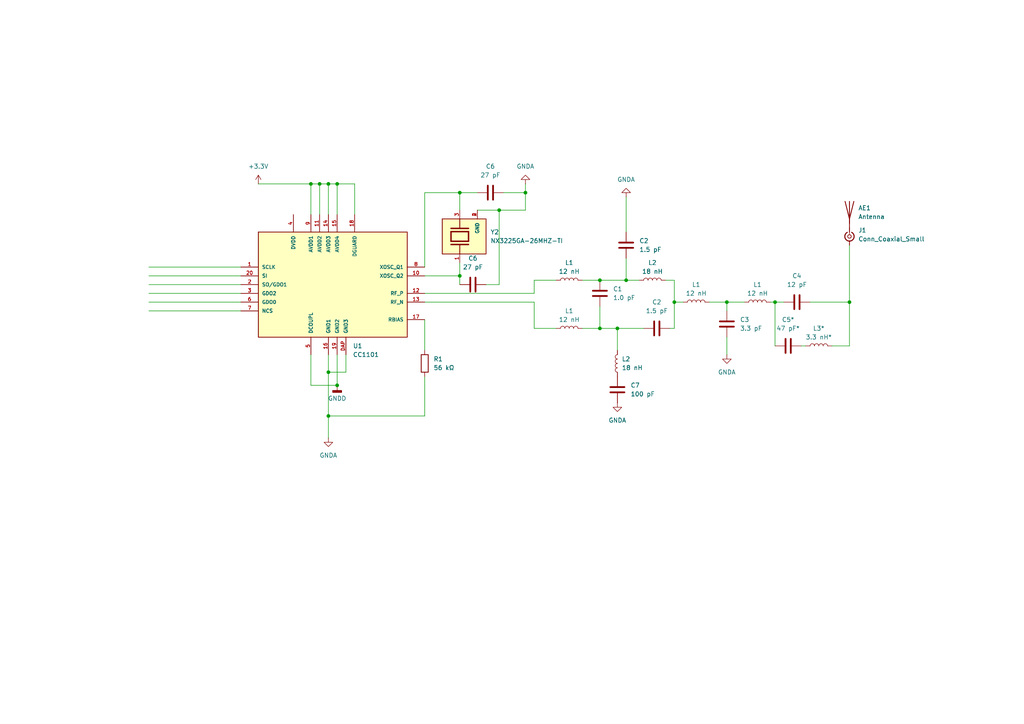
<source format=kicad_sch>
(kicad_sch (version 20231120) (generator "eeschema") (generator_version "8.0")
  (paper "A4")
  (title_block (title "TICC1101 - Applications Board - 915 MHz") (date "2024-10-01") (rev "1") (company "Propulsive Landers @ GT"))
  (lib_symbols
    (symbol "CC1101:CC1101" (pin_names (offset 1.016))
      (property "Reference" "U" (at 12.7103 -17.7944 0))
      (property "Value" "CC1101" (at 12.7068 -20.3308 0))
      (symbol "CC1101_0_0"
        (rectangle (start -20.32 -15.24) (end 22.86 15.24) (stroke (width 0.254)) (fill (type background)))
        (pin bidirectional line (at -25.4 5.08 0) (length 5.08) (name "SCLK") (number "1"))
        (pin bidirectional line (at 27.94 2.54 180) (length 5.08) (name "XOSC_Q2") (number "10"))
        (pin bidirectional line (at -2.54 20.32 270) (length 5.08) (name "AVDD2") (number "11"))
        (pin bidirectional line (at 27.94 -2.54 180) (length 5.08) (name "RF_P") (number "12"))
        (pin bidirectional line (at 27.94 -5.08 180) (length 5.08) (name "RF_N") (number "13"))
        (pin bidirectional line (at 0 20.32 270) (length 5.08) (name "AVDD3") (number "14"))
        (pin bidirectional line (at 2.54 20.32 270) (length 5.08) (name "AVDD4") (number "15"))
        (pin bidirectional line (at 0 -20.32 90) (length 5.08) (name "GND1") (number "16"))
        (pin bidirectional line (at 27.94 -10.16 180) (length 5.08) (name "RBIAS") (number "17"))
        (pin bidirectional line (at 7.62 20.32 270) (length 5.08) (name "DGUARD") (number "18"))
        (pin bidirectional line (at 2.54 -20.32 90) (length 5.08) (name "GND2") (number "19"))
        (pin bidirectional line (at -25.4 0 0) (length 5.08) (name "SO/GDO1") (number "2"))
        (pin bidirectional line (at -25.4 2.54 0) (length 5.08) (name "SI") (number "20"))
        (pin bidirectional line (at -25.4 -2.54 0) (length 5.08) (name "GDO2") (number "3"))
        (pin bidirectional line (at -10.16 20.32 270) (length 5.08) (name "DVDD") (number "4"))
        (pin bidirectional line (at -5.08 -20.32 90) (length 5.08) (name "DCOUPL") (number "5"))
        (pin bidirectional line (at -25.4 -5.08 0) (length 5.08) (name "GDO0") (number "6"))
        (pin bidirectional line (at -25.4 -7.62 0) (length 5.08) (name "NCS") (number "7"))
        (pin bidirectional line (at 27.94 5.08 180) (length 5.08) (name "XOSC_Q1") (number "8"))
        (pin bidirectional line (at -5.08 20.32 270) (length 5.08) (name "AVDD1") (number "9"))
        (pin bidirectional line (at 5.08 -20.32 90) (length 5.08) (name "GND3") (number "DAP"))
      )
    )
    (symbol "Connector:Conn_Coaxial_Small" (pin_numbers hide) (pin_names (offset 1.016) hide)
      (property "Reference" "J" (at 0.254 3.048 0))
      (property "Value" "Conn_Coaxial_Small" (at 0 -3.81 0))
      (symbol "Conn_Coaxial_Small_0_1"
        (polyline (pts (xy -2.54 0) (xy -0.508 0)))
        (circle (center 0 0) (radius 0.508) (stroke (width 0.2032)))
      )
      (symbol "Conn_Coaxial_Small_1_1"
        (arc (start -1.1916 -0.6311) (mid 0.327 -1.3081) (end 1.3484 0.0039) (stroke (width 0.3048)))
        (arc (start 1.3484 -0.0039) (mid 0.327 1.3081) (end -1.1916 0.6311) (stroke (width 0.3048)))
        (pin passive line (at -2.54 0 0) (length 1.27) (name "In") (number "1"))
        (pin passive line (at 2.54 0 180) (length 1.27) (name "Ext") (number "2"))
      )
    )
    (symbol "Device:Antenna" (pin_numbers hide) (pin_names (offset 1.016) hide)
      (property "Reference" "AE" (at -1.905 1.905 0))
      (property "Value" "Antenna" (at -1.905 0 0))
      (symbol "Antenna_0_1"
        (polyline (pts (xy 0 2.54) (xy 0 -3.81)) (stroke (width 0.254)))
        (polyline (pts (xy 1.27 2.54) (xy 0 -2.54) (xy -1.27 2.54)) (stroke (width 0.254)))
      )
      (symbol "Antenna_1_1"
        (pin input line (at 0 -5.08 90) (length 2.54) (name "A") (number "1"))
      )
    )
    (symbol "Device:C" (pin_numbers hide) (pin_names (offset 0.254))
      (property "Reference" "C" (at 0.635 2.54 0))
      (property "Value" "C" (at 0.635 -2.54 0))
      (symbol "C_0_1"
        (polyline (pts (xy -2.032 -0.762) (xy 2.032 -0.762)) (stroke (width 0.508)))
        (polyline (pts (xy -2.032 0.762) (xy 2.032 0.762)) (stroke (width 0.508)))
      )
      (symbol "C_1_1"
        (pin passive line (at 0 3.81 270) (length 2.794) (name "~") (number "1"))
        (pin passive line (at 0 -3.81 90) (length 2.794) (name "~") (number "2"))
      )
    )
    (symbol "Device:L" (pin_numbers hide) (pin_names (offset 1.016) hide)
      (property "Reference" "L" (at -1.27 0 90))
      (property "Value" "L" (at 1.905 0 90))
      (symbol "L_0_1"
        (arc (start 0 -2.54) (mid 0.6323 -1.905) (end 0 -1.27))
        (arc (start 0 -1.27) (mid 0.6323 -0.635) (end 0 0))
        (arc (start 0 0) (mid 0.6323 0.635) (end 0 1.27))
        (arc (start 0 1.27) (mid 0.6323 1.905) (end 0 2.54))
      )
      (symbol "L_1_1"
        (pin passive line (at 0 3.81 270) (length 1.27) (name "1") (number "1"))
        (pin passive line (at 0 -3.81 90) (length 1.27) (name "2") (number "2"))
      )
    )
    (symbol "Device:R" (pin_numbers hide) (pin_names (offset 0))
      (property "Reference" "R" (at 2.032 0 90))
      (property "Value" "R" (at 0 0 90))
      (symbol "R_0_1"
        (rectangle (start -1.016 -2.54) (end 1.016 2.54) (stroke (width 0.254)))
      )
      (symbol "R_1_1"
        (pin passive line (at 0 3.81 270) (length 1.27) (name "~") (number "1"))
        (pin passive line (at 0 -3.81 90) (length 1.27) (name "~") (number "2"))
      )
    )
    (symbol "NX3225GA-26MHZ-TI:NX3225GA-26MHZ-TI" (pin_names (offset 1.016))
      (property "Reference" "Y" (at -5.0878 6.3559 0))
      (property "Value" "NX3225GA-26MHZ-TI" (at -5.0944 -10.1744 0))
      (symbol "NX3225GA-26MHZ-TI_0_0"
        (rectangle (start -5.08 -7.62) (end 5.08 5.08) (stroke (width 0.254)) (fill (type background)))
        (polyline (pts (xy -5.08 0) (xy -2.54 0)) (stroke (width 0.254)))
        (polyline (pts (xy -2.3368 2.54) (xy -2.3368 -2.54)) (stroke (width 0.4064)))
        (polyline (pts (xy -1.397 2.54) (xy -1.397 -2.54)) (stroke (width 0.4064)))
        (polyline (pts (xy -1.397 2.54) (xy 1.397 2.54)) (stroke (width 0.4064)))
        (polyline (pts (xy 1.397 -2.54) (xy -1.397 -2.54)) (stroke (width 0.4064)))
        (polyline (pts (xy 1.397 2.54) (xy 1.397 -2.54)) (stroke (width 0.4064)))
        (polyline (pts (xy 2.3368 2.54) (xy 2.3368 -2.54)) (stroke (width 0.4064)))
        (polyline (pts (xy 2.54 0) (xy 5.08 0)) (stroke (width 0.254)))
        (pin passive line (at -7.62 0 0) (length 2.54) (name "~") (number "1"))
        (pin power_in line (at 7.62 -5.08 180) (length 2.54) (name "GND") (number "2"))
        (pin passive line (at 7.62 0 180) (length 2.54) (name "~") (number "3"))
        (pin power_in line (at 7.62 -5.08 180) (length 2.54) (name "GND") (number "4"))
      )
    )
    (symbol "power:+3.3V" (power) (pin_numbers hide) (pin_names (offset 0) hide)
      (property "Value" "+3.3V" (at 0 3.556 0))
      (symbol "+3.3V_0_1"
        (polyline (pts (xy -0.762 1.27) (xy 0 2.54)))
        (polyline (pts (xy 0 0) (xy 0 2.54)))
        (polyline (pts (xy 0 2.54) (xy 0.762 1.27)))
      )
      (symbol "+3.3V_1_1"
        (pin power_in line (at 0 0 90) (length 0) (name "~") (number "1"))
      )
    )
    (symbol "power:GNDA" (power) (pin_numbers hide) (pin_names (offset 0) hide)
      (property "Value" "GNDA" (at 0 -3.81 0))
      (symbol "GNDA_0_1"
        (polyline (pts (xy 0 0) (xy 0 -1.27) (xy 1.27 -1.27) (xy 0 -2.54) (xy -1.27 -1.27) (xy 0 -1.27)))
      )
      (symbol "GNDA_1_1"
        (pin power_in line (at 0 0 270) (length 0) (name "~") (number "1"))
      )
    )
    (symbol "power:GNDD" (power) (pin_numbers hide) (pin_names (offset 0) hide)
      (property "Value" "GNDD" (at 0 -3.175 0))
      (symbol "GNDD_0_1"
        (rectangle (start -1.27 -1.524) (end 1.27 -2.032) (stroke (width 0.254)) (fill (type outline)))
        (polyline (pts (xy 0 0) (xy 0 -1.524)))
      )
      (symbol "GNDD_1_1"
        (pin power_in line (at 0 0 270) (length 0) (name "~") (number "1"))
      )
    )
  )
  (junction (at 144.78 60.96))
  (junction (at 246.38 87.63))
  (junction (at 195.58 87.63))
  (junction (at 90.17 53.34))
  (junction (at 224.79 87.63))
  (junction (at 173.99 95.25))
  (junction (at 95.25 120.65))
  (junction (at 173.99 81.28))
  (junction (at 179.07 95.25))
  (junction (at 97.79 111.76))
  (junction (at 95.25 107.95))
  (junction (at 181.61 81.28))
  (junction (at 210.82 87.63))
  (junction (at 152.4 55.88))
  (junction (at 133.35 80.01))
  (junction (at 95.25 53.34))
  (junction (at 97.79 53.34))
  (junction (at 133.35 55.88))
  (junction (at 92.71 53.34))
  (wire (pts (xy 95.25 102.87) (xy 95.25 107.95)))
  (wire (pts (xy 123.19 77.47) (xy 123.19 55.88)))
  (wire (pts (xy 100.33 107.95) (xy 95.25 107.95)))
  (wire (pts (xy 123.19 80.01) (xy 133.35 80.01)))
  (wire (pts (xy 133.35 80.01) (xy 133.35 76.2)))
  (wire (pts (xy 179.07 95.25) (xy 179.07 101.6)))
  (wire (pts (xy 95.25 120.65) (xy 95.25 127)))
  (wire (pts (xy 195.58 81.28) (xy 195.58 87.63)))
  (wire (pts (xy 205.74 87.63) (xy 210.82 87.63)))
  (wire (pts (xy 144.78 82.55) (xy 140.97 82.55)))
  (wire (pts (xy 154.94 85.09) (xy 154.94 81.28)))
  (wire (pts (xy 210.82 97.79) (xy 210.82 102.87)))
  (wire (pts (xy 74.93 53.34) (xy 90.17 53.34)))
  (wire (pts (xy 195.58 87.63) (xy 198.12 87.63)))
  (wire (pts (xy 90.17 53.34) (xy 92.71 53.34)))
  (wire (pts (xy 133.35 55.88) (xy 138.43 55.88)))
  (wire (pts (xy 123.19 109.22) (xy 123.19 120.65)))
  (wire (pts (xy 123.19 55.88) (xy 133.35 55.88)))
  (wire (pts (xy 43.18 82.55) (xy 69.85 82.55)))
  (wire (pts (xy 144.78 60.96) (xy 152.4 60.96)))
  (wire (pts (xy 193.04 81.28) (xy 195.58 81.28)))
  (wire (pts (xy 195.58 87.63) (xy 195.58 95.25)))
  (wire (pts (xy 95.25 107.95) (xy 95.25 120.65)))
  (wire (pts (xy 92.71 53.34) (xy 95.25 53.34)))
  (wire (pts (xy 123.19 85.09) (xy 154.94 85.09)))
  (wire (pts (xy 97.79 53.34) (xy 102.87 53.34)))
  (wire (pts (xy 97.79 53.34) (xy 97.79 62.23)))
  (wire (pts (xy 173.99 95.25) (xy 179.07 95.25)))
  (wire (pts (xy 246.38 71.12) (xy 246.38 87.63)))
  (wire (pts (xy 232.41 100.33) (xy 233.68 100.33)))
  (wire (pts (xy 195.58 95.25) (xy 194.31 95.25)))
  (wire (pts (xy 95.25 53.34) (xy 95.25 62.23)))
  (wire (pts (xy 241.3 100.33) (xy 246.38 100.33)))
  (wire (pts (xy 43.18 77.47) (xy 69.85 77.47)))
  (wire (pts (xy 181.61 57.15) (xy 181.61 67.31)))
  (wire (pts (xy 154.94 87.63) (xy 154.94 95.25)))
  (wire (pts (xy 43.18 85.09) (xy 69.85 85.09)))
  (wire (pts (xy 210.82 87.63) (xy 215.9 87.63)))
  (wire (pts (xy 90.17 53.34) (xy 90.17 62.23)))
  (wire (pts (xy 234.95 87.63) (xy 246.38 87.63)))
  (wire (pts (xy 100.33 102.87) (xy 100.33 107.95)))
  (wire (pts (xy 181.61 81.28) (xy 185.42 81.28)))
  (wire (pts (xy 224.79 87.63) (xy 227.33 87.63)))
  (wire (pts (xy 246.38 87.63) (xy 246.38 100.33)))
  (wire (pts (xy 123.19 92.71) (xy 123.19 101.6)))
  (wire (pts (xy 152.4 55.88) (xy 152.4 60.96)))
  (wire (pts (xy 90.17 102.87) (xy 90.17 111.76)))
  (wire (pts (xy 144.78 60.96) (xy 144.78 82.55)))
  (wire (pts (xy 90.17 111.76) (xy 97.79 111.76)))
  (wire (pts (xy 179.07 95.25) (xy 186.69 95.25)))
  (wire (pts (xy 43.18 87.63) (xy 69.85 87.63)))
  (wire (pts (xy 154.94 81.28) (xy 161.29 81.28)))
  (wire (pts (xy 173.99 81.28) (xy 181.61 81.28)))
  (wire (pts (xy 210.82 87.63) (xy 210.82 90.17)))
  (wire (pts (xy 43.18 80.01) (xy 69.85 80.01)))
  (wire (pts (xy 223.52 87.63) (xy 224.79 87.63)))
  (wire (pts (xy 92.71 53.34) (xy 92.71 62.23)))
  (wire (pts (xy 43.18 90.17) (xy 69.85 90.17)))
  (wire (pts (xy 102.87 53.34) (xy 102.87 62.23)))
  (wire (pts (xy 154.94 95.25) (xy 161.29 95.25)))
  (wire (pts (xy 123.19 120.65) (xy 95.25 120.65)))
  (wire (pts (xy 173.99 88.9) (xy 173.99 95.25)))
  (wire (pts (xy 146.05 55.88) (xy 152.4 55.88)))
  (wire (pts (xy 95.25 53.34) (xy 97.79 53.34)))
  (wire (pts (xy 123.19 87.63) (xy 154.94 87.63)))
  (wire (pts (xy 152.4 53.34) (xy 152.4 55.88)))
  (wire (pts (xy 168.91 81.28) (xy 173.99 81.28)))
  (wire (pts (xy 133.35 82.55) (xy 133.35 80.01)))
  (wire (pts (xy 181.61 74.93) (xy 181.61 81.28)))
  (wire (pts (xy 224.79 87.63) (xy 224.79 100.33)))
  (wire (pts (xy 133.35 55.88) (xy 133.35 60.96)))
  (wire (pts (xy 97.79 102.87) (xy 97.79 111.76)))
  (wire (pts (xy 168.91 95.25) (xy 173.99 95.25)))
  (wire (pts (xy 138.43 60.96) (xy 144.78 60.96)))
  (symbol (lib_id "Device:L") (at 201.93 87.63 90) (unit 1)
    (property "Reference" "L1" (at 201.93 82.55 90))
    (property "Value" "12 nH" (at 201.93 85.09 90))
    (property "Description" "Inductor" (effects (hide yes)))
  )
  (symbol (lib_id "Device:C") (at 181.61 71.12 0) (unit 1)
    (property "Reference" "C2" (at 185.42 69.8499 0) (effects (justify left)))
    (property "Value" "1.5 pF" (at 185.42 72.3899 0) (effects (justify left)))
    (property "Description" "Unpolarized capacitor" (effects (hide yes)))
  )
  (symbol (lib_id "Connector:Conn_Coaxial_Small") (at 246.38 68.58 270) (unit 1)
    (property "Reference" "J1" (at 248.92 66.7903 90) (effects (justify left)))
    (property "Value" "Conn_Coaxial_Small" (at 248.92 69.3303 90) (effects (justify left)))
    (property "Description" "small coaxial connector (BNC, SMA, SMB, SMC, Cinch/RCA, LEMO, ...)" (effects (hide yes)))
  )
  (symbol (lib_id "Device:C") (at 231.14 87.63 90) (unit 1)
    (property "Reference" "C4" (at 231.14 80.01 90))
    (property "Value" "12 pF" (at 231.14 82.55 90))
    (property "Description" "Unpolarized capacitor" (effects (hide yes)))
  )
  (symbol (lib_id "Device:L") (at 237.49 100.33 90) (unit 1)
    (property "Reference" "L3*" (at 237.49 95.25 90))
    (property "Value" "3.3 nH*" (at 237.49 97.79 90))
    (property "Description" "Inductor" (effects (hide yes)))
  )
  (symbol (lib_id "Device:C") (at 190.5 95.25 270) (unit 1)
    (property "Reference" "C2" (at 190.5 87.63 90))
    (property "Value" "1.5 pF" (at 190.5 90.17 90))
    (property "Description" "Unpolarized capacitor" (effects (hide yes)))
  )
  (symbol (lib_id "Device:R") (at 123.19 105.41 180) (unit 1)
    (property "Reference" "R1" (at 125.73 104.1399 0) (effects (justify right)))
    (property "Value" "56 kΩ" (at 125.73 106.6799 0) (effects (justify right)))
    (property "Description" "Resistor" (effects (hide yes)))
  )
  (symbol (lib_id "Device:Antenna") (at 246.38 60.96 0) (unit 1)
    (property "Reference" "AE1" (at 248.92 60.3249 0) (effects (justify left)))
    (property "Value" "Antenna" (at 248.92 62.8649 0) (effects (justify left)))
    (property "Description" "Antenna" (effects (hide yes)))
  )
  (symbol (lib_id "NX3225GA-26MHZ-TI:NX3225GA-26MHZ-TI") (at 133.35 68.58 90) (unit 1)
    (property "Reference" "Y2" (at 142.24 67.31 90) (effects (justify right)))
    (property "Value" "NX3225GA-26MHZ-TI" (at 142.24 69.85 90) (effects (justify right)))
    (property "Footprint" "NX3225GA-26MHZ-TI:OSCCC320X250X90N" (effects (hide yes)))
    (property "MF" "NDK America," (effects (hide yes)))
    (property "MAXIMUM_PACKAGE_HEIGHT" "0.9 mm" (effects (hide yes)))
    (property "Package" "SMD-4 NDK" (effects (hide yes)))
    (property "Price" "None" (effects (hide yes)))
    (property "Check_prices" "https://www.snapeda.com/parts/NX3225GA-26MHZ-TI/NDK+America%252C+Inc./view-part/?ref=eda" (effects (hide yes)))
    (property "STANDARD" "IPC 7351B" (effects (hide yes)))
    (property "PARTREV" "N/A" (effects (hide yes)))
    (property "SnapEDA_Link" "https://www.snapeda.com/parts/NX3225GA-26MHZ-TI/NDK+America%252C+Inc./view-part/?ref=snap" (effects (hide yes)))
    (property "MP" "NX3225GA-26MHZ-TI" (effects (hide yes)))
    (property "Description_1" "\n26 MHz ±20ppm Crystal 10pF 50 Ohms 4-SMD, No Lead\n" (effects (hide yes)))
    (property "SNAPEDA_PN" "NX3225GA-26MHZ-TI" (effects (hide yes)))
    (property "Availability" "In Stock" (effects (hide yes)))
    (property "MANUFACTURER" "NDK" (effects (hide yes)))
  )
  (symbol (lib_id "Device:C") (at 142.24 55.88 90) (unit 1)
    (property "Reference" "C6" (at 142.24 48.26 90))
    (property "Value" "27 pF" (at 142.24 50.8 90))
    (property "Description" "Unpolarized capacitor" (effects (hide yes)))
  )
  (symbol (lib_id "Device:L") (at 165.1 81.28 90) (unit 1)
    (property "Reference" "L1" (at 165.1 76.2 90))
    (property "Value" "12 nH" (at 165.1 78.74 90))
    (property "Description" "Inductor" (effects (hide yes)))
  )
  (symbol (lib_id "power:GNDD") (at 97.79 111.76 0) (unit 1)
    (property "Reference" "#PWR01" (effects (hide yes)))
    (property "Value" "GNDD" (at 97.79 115.57 0))
    (property "Description" "Power symbol creates a global label with name \"GNDD\" , digital ground" (effects (hide yes)))
  )
  (symbol (lib_id "power:GNDA") (at 152.4 53.34 180) (unit 1)
    (property "Reference" "#PWR04" (effects (hide yes)))
    (property "Value" "GNDA" (at 152.4 48.26 0))
    (property "Description" "Power symbol creates a global label with name \"GNDA\" , analog ground" (effects (hide yes)))
  )
  (symbol (lib_id "Device:C") (at 179.07 113.03 180) (unit 1)
    (property "Reference" "C7" (at 182.88 111.7599 0) (effects (justify right)))
    (property "Value" "100 pF" (at 182.88 114.2999 0) (effects (justify right)))
    (property "Description" "Unpolarized capacitor" (effects (hide yes)))
  )
  (symbol (lib_id "Device:L") (at 189.23 81.28 90) (unit 1)
    (property "Reference" "L2" (at 189.23 76.2 90))
    (property "Value" "18 nH" (at 189.23 78.74 90))
    (property "Description" "Inductor" (effects (hide yes)))
  )
  (symbol (lib_id "Device:C") (at 173.99 85.09 0) (unit 1)
    (property "Reference" "C1" (at 177.8 83.8199 0) (effects (justify left)))
    (property "Value" "1.0 pF" (at 177.8 86.3599 0) (effects (justify left)))
    (property "Description" "Unpolarized capacitor" (effects (hide yes)))
  )
  (symbol (lib_id "power:+3.3V") (at 74.93 53.34 0) (unit 1)
    (property "Reference" "#PWR03" (effects (hide yes)))
    (property "Value" "+3.3V" (at 74.93 48.26 0))
    (property "Description" "Power symbol creates a global label with name \"+3.3V\"" (effects (hide yes)))
  )
  (symbol (lib_id "Device:C") (at 228.6 100.33 90) (unit 1)
    (property "Reference" "C5*" (at 228.6 92.71 90))
    (property "Value" "47 pF*" (at 228.6 95.25 90))
    (property "Description" "Unpolarized capacitor" (effects (hide yes)))
  )
  (symbol (lib_id "Device:L") (at 179.07 105.41 180) (unit 1)
    (property "Reference" "L2" (at 180.34 104.1399 0) (effects (justify right)))
    (property "Value" "18 nH" (at 180.34 106.6799 0) (effects (justify right)))
    (property "Description" "Inductor" (effects (hide yes)))
  )
  (symbol (lib_id "Device:C") (at 210.82 93.98 0) (unit 1)
    (property "Reference" "C3" (at 214.63 92.7099 0) (effects (justify left)))
    (property "Value" "3.3 pF" (at 214.63 95.2499 0) (effects (justify left)))
    (property "Description" "Unpolarized capacitor" (effects (hide yes)))
  )
  (symbol (lib_id "CC1101:CC1101") (at 95.25 82.55 0) (unit 1)
    (property "Reference" "U1" (at 102.3494 100.33 0) (effects (justify left)))
    (property "Value" "CC1101" (at 102.3494 102.87 0) (effects (justify left)))
    (property "Footprint" "CC1101:QLP20" (effects (hide yes)))
    (property "MF" "Texas Instruments" (effects (hide yes)))
    (property "Description_1" "\nIC RF TxRx Only General ISM < 1GHz - 300MHz ~ 348MHz, 387MHz ~ 464MHz, 779MHz ~ 928MHz 20-VFQFN Exposed Pad\n" (effects (hide yes)))
    (property "Package" "VQFN-32 Texas Instruments" (effects (hide yes)))
    (property "Price" "None" (effects (hide yes)))
    (property "SnapEDA_Link" "https://www.snapeda.com/parts/CC1101/Texas+Instruments/view-part/?ref=snap" (effects (hide yes)))
    (property "MP" "CC1101" (effects (hide yes)))
    (property "Availability" "In Stock" (effects (hide yes)))
    (property "Check_prices" "https://www.snapeda.com/parts/CC1101/Texas+Instruments/view-part/?ref=eda" (effects (hide yes)))
  )
  (symbol (lib_id "power:GNDA") (at 95.25 127 0) (unit 1)
    (property "Reference" "#PWR02" (effects (hide yes)))
    (property "Value" "GNDA" (at 95.25 132.08 0))
    (property "Description" "Power symbol creates a global label with name \"GNDA\" , analog ground" (effects (hide yes)))
  )
  (symbol (lib_id "Device:L") (at 219.71 87.63 90) (unit 1)
    (property "Reference" "L1" (at 219.71 82.55 90))
    (property "Value" "12 nH" (at 219.71 85.09 90))
    (property "Description" "Inductor" (effects (hide yes)))
  )
  (symbol (lib_id "Device:C") (at 137.16 82.55 270) (unit 1)
    (property "Reference" "C6" (at 137.16 74.93 90))
    (property "Value" "27 pF" (at 137.16 77.47 90))
    (property "Description" "Unpolarized capacitor" (effects (hide yes)))
  )
  (symbol (lib_id "power:GNDA") (at 210.82 102.87 0) (unit 1)
    (property "Reference" "#PWR05" (effects (hide yes)))
    (property "Value" "GNDA" (at 210.82 107.95 0))
    (property "Description" "Power symbol creates a global label with name \"GNDA\" , analog ground" (effects (hide yes)))
  )
  (symbol (lib_id "Device:L") (at 165.1 95.25 90) (unit 1)
    (property "Reference" "L1" (at 165.1 90.17 90))
    (property "Value" "12 nH" (at 165.1 92.71 90))
    (property "Description" "Inductor" (effects (hide yes)))
  )
  (symbol (lib_id "power:GNDA") (at 179.07 116.84 0) (unit 1)
    (property "Reference" "#PWR07" (effects (hide yes)))
    (property "Value" "GNDA" (at 179.07 121.92 0))
    (property "Description" "Power symbol creates a global label with name \"GNDA\" , analog ground" (effects (hide yes)))
  )
  (symbol (lib_id "power:GNDA") (at 181.61 57.15 180) (unit 1)
    (property "Reference" "#PWR06" (effects (hide yes)))
    (property "Value" "GNDA" (at 181.61 52.07 0))
    (property "Description" "Power symbol creates a global label with name \"GNDA\" , analog ground" (effects (hide yes)))
  )
)
</source>
